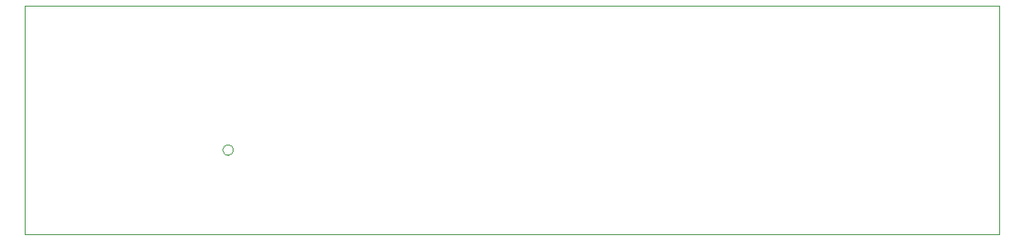
<source format=gbr>
%TF.GenerationSoftware,KiCad,Pcbnew,9.0.5*%
%TF.CreationDate,2025-11-06T16:02:28+09:00*%
%TF.ProjectId,________2,d6ecc3c9-dcfc-4c95-9f32-2e6b69636164,rev?*%
%TF.SameCoordinates,Original*%
%TF.FileFunction,Profile,NP*%
%FSLAX46Y46*%
G04 Gerber Fmt 4.6, Leading zero omitted, Abs format (unit mm)*
G04 Created by KiCad (PCBNEW 9.0.5) date 2025-11-06 16:02:28*
%MOMM*%
%LPD*%
G01*
G04 APERTURE LIST*
%TA.AperFunction,Profile*%
%ADD10C,0.050000*%
%TD*%
G04 APERTURE END LIST*
D10*
X50500000Y-103780000D02*
X150500000Y-103780000D01*
X150500000Y-127280000D01*
X50500000Y-127280000D01*
X50500000Y-103780000D01*
%TO.C,J3*%
X71930000Y-118630000D02*
G75*
G02*
X70830000Y-118630000I-550000J0D01*
G01*
X70830000Y-118630000D02*
G75*
G02*
X71930000Y-118630000I550000J0D01*
G01*
%TD*%
M02*

</source>
